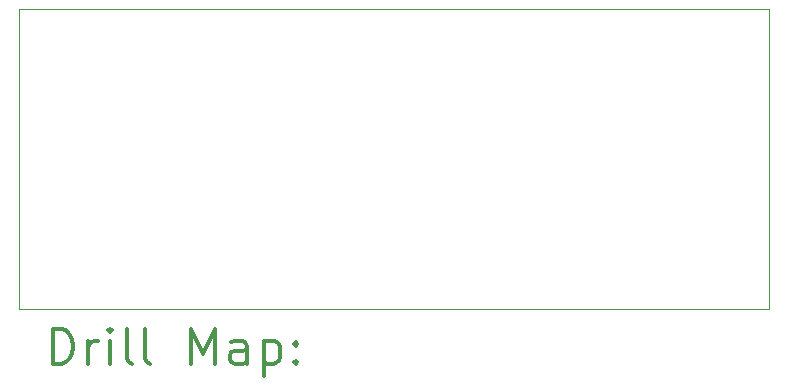
<source format=gbr>
%FSLAX45Y45*%
G04 Gerber Fmt 4.5, Leading zero omitted, Abs format (unit mm)*
G04 Created by KiCad (PCBNEW (5.1.5-0)) date 2020-02-13 07:58:38*
%MOMM*%
%LPD*%
G04 APERTURE LIST*
%TA.AperFunction,Profile*%
%ADD10C,0.050000*%
%TD*%
%ADD11C,0.200000*%
%ADD12C,0.300000*%
G04 APERTURE END LIST*
D10*
X14351000Y-5969000D02*
X14605000Y-5969000D01*
X14351000Y-8509000D02*
X14351000Y-5969000D01*
X14478000Y-8509000D02*
X14351000Y-8509000D01*
X14478000Y-5969000D02*
X20701000Y-5969000D01*
X20701000Y-8509000D02*
X14478000Y-8509000D01*
X20701000Y-5969000D02*
X20701000Y-8509000D01*
D11*
D12*
X14634928Y-8977214D02*
X14634928Y-8677214D01*
X14706357Y-8677214D01*
X14749214Y-8691500D01*
X14777786Y-8720072D01*
X14792071Y-8748643D01*
X14806357Y-8805786D01*
X14806357Y-8848643D01*
X14792071Y-8905786D01*
X14777786Y-8934357D01*
X14749214Y-8962929D01*
X14706357Y-8977214D01*
X14634928Y-8977214D01*
X14934928Y-8977214D02*
X14934928Y-8777214D01*
X14934928Y-8834357D02*
X14949214Y-8805786D01*
X14963500Y-8791500D01*
X14992071Y-8777214D01*
X15020643Y-8777214D01*
X15120643Y-8977214D02*
X15120643Y-8777214D01*
X15120643Y-8677214D02*
X15106357Y-8691500D01*
X15120643Y-8705786D01*
X15134928Y-8691500D01*
X15120643Y-8677214D01*
X15120643Y-8705786D01*
X15306357Y-8977214D02*
X15277786Y-8962929D01*
X15263500Y-8934357D01*
X15263500Y-8677214D01*
X15463500Y-8977214D02*
X15434928Y-8962929D01*
X15420643Y-8934357D01*
X15420643Y-8677214D01*
X15806357Y-8977214D02*
X15806357Y-8677214D01*
X15906357Y-8891500D01*
X16006357Y-8677214D01*
X16006357Y-8977214D01*
X16277786Y-8977214D02*
X16277786Y-8820072D01*
X16263500Y-8791500D01*
X16234928Y-8777214D01*
X16177786Y-8777214D01*
X16149214Y-8791500D01*
X16277786Y-8962929D02*
X16249214Y-8977214D01*
X16177786Y-8977214D01*
X16149214Y-8962929D01*
X16134928Y-8934357D01*
X16134928Y-8905786D01*
X16149214Y-8877214D01*
X16177786Y-8862929D01*
X16249214Y-8862929D01*
X16277786Y-8848643D01*
X16420643Y-8777214D02*
X16420643Y-9077214D01*
X16420643Y-8791500D02*
X16449214Y-8777214D01*
X16506357Y-8777214D01*
X16534928Y-8791500D01*
X16549214Y-8805786D01*
X16563500Y-8834357D01*
X16563500Y-8920072D01*
X16549214Y-8948643D01*
X16534928Y-8962929D01*
X16506357Y-8977214D01*
X16449214Y-8977214D01*
X16420643Y-8962929D01*
X16692071Y-8948643D02*
X16706357Y-8962929D01*
X16692071Y-8977214D01*
X16677786Y-8962929D01*
X16692071Y-8948643D01*
X16692071Y-8977214D01*
X16692071Y-8791500D02*
X16706357Y-8805786D01*
X16692071Y-8820072D01*
X16677786Y-8805786D01*
X16692071Y-8791500D01*
X16692071Y-8820072D01*
M02*

</source>
